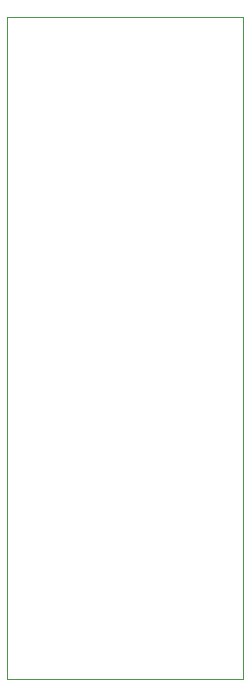
<source format=gbr>
%TF.GenerationSoftware,KiCad,Pcbnew,(6.0.0-0)*%
%TF.CreationDate,2022-02-03T13:53:59-05:00*%
%TF.ProjectId,Data Panel VU,44617461-2050-4616-9e65-6c2056552e6b,rev?*%
%TF.SameCoordinates,Original*%
%TF.FileFunction,Profile,NP*%
%FSLAX46Y46*%
G04 Gerber Fmt 4.6, Leading zero omitted, Abs format (unit mm)*
G04 Created by KiCad (PCBNEW (6.0.0-0)) date 2022-02-03 13:53:59*
%MOMM*%
%LPD*%
G01*
G04 APERTURE LIST*
%TA.AperFunction,Profile*%
%ADD10C,0.100000*%
%TD*%
G04 APERTURE END LIST*
D10*
X142928000Y-60000000D02*
X142928000Y-116000000D01*
X122928000Y-116000000D02*
X122928000Y-60000000D01*
X142928000Y-116000000D02*
X122928000Y-116000000D01*
X122928000Y-60000000D02*
X142928000Y-60000000D01*
M02*

</source>
